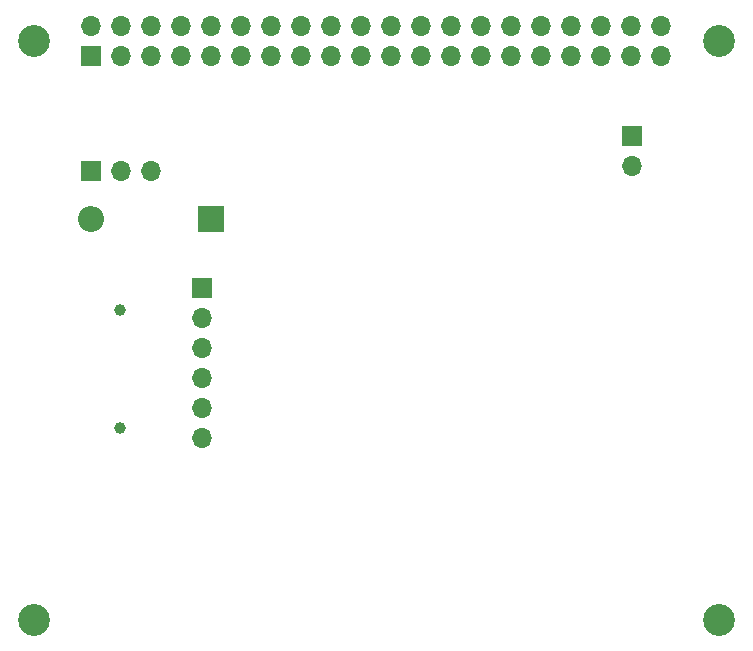
<source format=gbs>
G04 #@! TF.GenerationSoftware,KiCad,Pcbnew,(6.0.1)*
G04 #@! TF.CreationDate,2022-02-21T00:55:15+09:00*
G04 #@! TF.ProjectId,KiCAD_jtag,4b694341-445f-46a7-9461-672e6b696361,rev?*
G04 #@! TF.SameCoordinates,Original*
G04 #@! TF.FileFunction,Soldermask,Bot*
G04 #@! TF.FilePolarity,Negative*
%FSLAX46Y46*%
G04 Gerber Fmt 4.6, Leading zero omitted, Abs format (unit mm)*
G04 Created by KiCad (PCBNEW (6.0.1)) date 2022-02-21 00:55:15*
%MOMM*%
%LPD*%
G01*
G04 APERTURE LIST*
%ADD10C,2.700000*%
%ADD11R,1.700000X1.700000*%
%ADD12O,1.700000X1.700000*%
%ADD13R,2.200000X2.200000*%
%ADD14O,2.200000X2.200000*%
%ADD15C,1.000000*%
G04 APERTURE END LIST*
D10*
X203500000Y-97500000D03*
X261500000Y-97500000D03*
X203500000Y-146500000D03*
X261500000Y-146500000D03*
D11*
X217703800Y-118412600D03*
D12*
X217703800Y-120952600D03*
X217703800Y-123492600D03*
X217703800Y-126032600D03*
X217703800Y-128572600D03*
X217703800Y-131112600D03*
D11*
X208378800Y-108562600D03*
D12*
X210918800Y-108562600D03*
X213458800Y-108562600D03*
D13*
X218483800Y-112562600D03*
D14*
X208323800Y-112562600D03*
D11*
X254102000Y-105545000D03*
D12*
X254102000Y-108085000D03*
D15*
X210803800Y-130262600D03*
X210803800Y-120262600D03*
D11*
X208370000Y-98770000D03*
D12*
X208370000Y-96230000D03*
X210910000Y-98770000D03*
X210910000Y-96230000D03*
X213450000Y-98770000D03*
X213450000Y-96230000D03*
X215990000Y-98770000D03*
X215990000Y-96230000D03*
X218530000Y-98770000D03*
X218530000Y-96230000D03*
X221070000Y-98770000D03*
X221070000Y-96230000D03*
X223610000Y-98770000D03*
X223610000Y-96230000D03*
X226150000Y-98770000D03*
X226150000Y-96230000D03*
X228690000Y-98770000D03*
X228690000Y-96230000D03*
X231230000Y-98770000D03*
X231230000Y-96230000D03*
X233770000Y-98770000D03*
X233770000Y-96230000D03*
X236310000Y-98770000D03*
X236310000Y-96230000D03*
X238850000Y-98770000D03*
X238850000Y-96230000D03*
X241390000Y-98770000D03*
X241390000Y-96230000D03*
X243930000Y-98770000D03*
X243930000Y-96230000D03*
X246470000Y-98770000D03*
X246470000Y-96230000D03*
X249010000Y-98770000D03*
X249010000Y-96230000D03*
X251550000Y-98770000D03*
X251550000Y-96230000D03*
X254090000Y-98770000D03*
X254090000Y-96230000D03*
X256630000Y-98770000D03*
X256630000Y-96230000D03*
M02*

</source>
